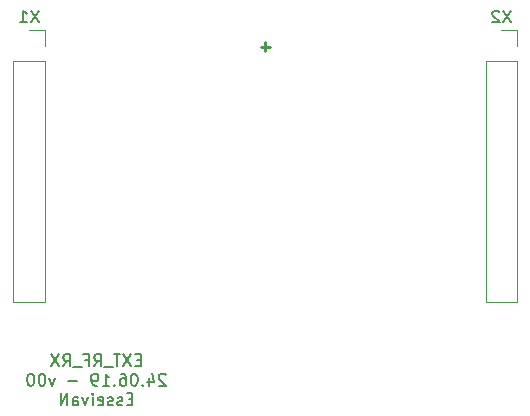
<source format=gbr>
G04 #@! TF.GenerationSoftware,KiCad,Pcbnew,(5.1.0)-1*
G04 #@! TF.CreationDate,2019-06-24T11:41:26+02:00*
G04 #@! TF.ProjectId,RF_433MHz_Receiver,52465f34-3333-44d4-987a-5f5265636569,00*
G04 #@! TF.SameCoordinates,Original*
G04 #@! TF.FileFunction,Legend,Bot*
G04 #@! TF.FilePolarity,Positive*
%FSLAX46Y46*%
G04 Gerber Fmt 4.6, Leading zero omitted, Abs format (unit mm)*
G04 Created by KiCad (PCBNEW (5.1.0)-1) date 2019-06-24 11:41:26*
%MOMM*%
%LPD*%
G04 APERTURE LIST*
%ADD10C,0.250000*%
%ADD11C,0.150000*%
%ADD12C,0.120000*%
G04 APERTURE END LIST*
D10*
X75380952Y-55071428D02*
X74619047Y-55071428D01*
X75000000Y-55452380D02*
X75000000Y-54690476D01*
D11*
X64448095Y-81578571D02*
X64114761Y-81578571D01*
X63971904Y-82102380D02*
X64448095Y-82102380D01*
X64448095Y-81102380D01*
X63971904Y-81102380D01*
X63638571Y-81102380D02*
X62971904Y-82102380D01*
X62971904Y-81102380D02*
X63638571Y-82102380D01*
X62733809Y-81102380D02*
X62162380Y-81102380D01*
X62448095Y-82102380D02*
X62448095Y-81102380D01*
X62067142Y-82197619D02*
X61305238Y-82197619D01*
X60495714Y-82102380D02*
X60829047Y-81626190D01*
X61067142Y-82102380D02*
X61067142Y-81102380D01*
X60686190Y-81102380D01*
X60590952Y-81150000D01*
X60543333Y-81197619D01*
X60495714Y-81292857D01*
X60495714Y-81435714D01*
X60543333Y-81530952D01*
X60590952Y-81578571D01*
X60686190Y-81626190D01*
X61067142Y-81626190D01*
X59733809Y-81578571D02*
X60067142Y-81578571D01*
X60067142Y-82102380D02*
X60067142Y-81102380D01*
X59590952Y-81102380D01*
X59448095Y-82197619D02*
X58686190Y-82197619D01*
X57876666Y-82102380D02*
X58210000Y-81626190D01*
X58448095Y-82102380D02*
X58448095Y-81102380D01*
X58067142Y-81102380D01*
X57971904Y-81150000D01*
X57924285Y-81197619D01*
X57876666Y-81292857D01*
X57876666Y-81435714D01*
X57924285Y-81530952D01*
X57971904Y-81578571D01*
X58067142Y-81626190D01*
X58448095Y-81626190D01*
X57543333Y-81102380D02*
X56876666Y-82102380D01*
X56876666Y-81102380D02*
X57543333Y-82102380D01*
X66567142Y-82847619D02*
X66519523Y-82800000D01*
X66424285Y-82752380D01*
X66186190Y-82752380D01*
X66090952Y-82800000D01*
X66043333Y-82847619D01*
X65995714Y-82942857D01*
X65995714Y-83038095D01*
X66043333Y-83180952D01*
X66614761Y-83752380D01*
X65995714Y-83752380D01*
X65138571Y-83085714D02*
X65138571Y-83752380D01*
X65376666Y-82704761D02*
X65614761Y-83419047D01*
X64995714Y-83419047D01*
X64614761Y-83657142D02*
X64567142Y-83704761D01*
X64614761Y-83752380D01*
X64662380Y-83704761D01*
X64614761Y-83657142D01*
X64614761Y-83752380D01*
X63948095Y-82752380D02*
X63852857Y-82752380D01*
X63757619Y-82800000D01*
X63710000Y-82847619D01*
X63662380Y-82942857D01*
X63614761Y-83133333D01*
X63614761Y-83371428D01*
X63662380Y-83561904D01*
X63710000Y-83657142D01*
X63757619Y-83704761D01*
X63852857Y-83752380D01*
X63948095Y-83752380D01*
X64043333Y-83704761D01*
X64090952Y-83657142D01*
X64138571Y-83561904D01*
X64186190Y-83371428D01*
X64186190Y-83133333D01*
X64138571Y-82942857D01*
X64090952Y-82847619D01*
X64043333Y-82800000D01*
X63948095Y-82752380D01*
X62757619Y-82752380D02*
X62948095Y-82752380D01*
X63043333Y-82800000D01*
X63090952Y-82847619D01*
X63186190Y-82990476D01*
X63233809Y-83180952D01*
X63233809Y-83561904D01*
X63186190Y-83657142D01*
X63138571Y-83704761D01*
X63043333Y-83752380D01*
X62852857Y-83752380D01*
X62757619Y-83704761D01*
X62710000Y-83657142D01*
X62662380Y-83561904D01*
X62662380Y-83323809D01*
X62710000Y-83228571D01*
X62757619Y-83180952D01*
X62852857Y-83133333D01*
X63043333Y-83133333D01*
X63138571Y-83180952D01*
X63186190Y-83228571D01*
X63233809Y-83323809D01*
X62233809Y-83657142D02*
X62186190Y-83704761D01*
X62233809Y-83752380D01*
X62281428Y-83704761D01*
X62233809Y-83657142D01*
X62233809Y-83752380D01*
X61233809Y-83752380D02*
X61805238Y-83752380D01*
X61519523Y-83752380D02*
X61519523Y-82752380D01*
X61614761Y-82895238D01*
X61710000Y-82990476D01*
X61805238Y-83038095D01*
X60757619Y-83752380D02*
X60567142Y-83752380D01*
X60471904Y-83704761D01*
X60424285Y-83657142D01*
X60329047Y-83514285D01*
X60281428Y-83323809D01*
X60281428Y-82942857D01*
X60329047Y-82847619D01*
X60376666Y-82800000D01*
X60471904Y-82752380D01*
X60662380Y-82752380D01*
X60757619Y-82800000D01*
X60805238Y-82847619D01*
X60852857Y-82942857D01*
X60852857Y-83180952D01*
X60805238Y-83276190D01*
X60757619Y-83323809D01*
X60662380Y-83371428D01*
X60471904Y-83371428D01*
X60376666Y-83323809D01*
X60329047Y-83276190D01*
X60281428Y-83180952D01*
X59090952Y-83371428D02*
X58329047Y-83371428D01*
X57186190Y-83085714D02*
X56948095Y-83752380D01*
X56710000Y-83085714D01*
X56138571Y-82752380D02*
X56043333Y-82752380D01*
X55948095Y-82800000D01*
X55900476Y-82847619D01*
X55852857Y-82942857D01*
X55805238Y-83133333D01*
X55805238Y-83371428D01*
X55852857Y-83561904D01*
X55900476Y-83657142D01*
X55948095Y-83704761D01*
X56043333Y-83752380D01*
X56138571Y-83752380D01*
X56233809Y-83704761D01*
X56281428Y-83657142D01*
X56329047Y-83561904D01*
X56376666Y-83371428D01*
X56376666Y-83133333D01*
X56329047Y-82942857D01*
X56281428Y-82847619D01*
X56233809Y-82800000D01*
X56138571Y-82752380D01*
X55186190Y-82752380D02*
X55090952Y-82752380D01*
X54995714Y-82800000D01*
X54948095Y-82847619D01*
X54900476Y-82942857D01*
X54852857Y-83133333D01*
X54852857Y-83371428D01*
X54900476Y-83561904D01*
X54948095Y-83657142D01*
X54995714Y-83704761D01*
X55090952Y-83752380D01*
X55186190Y-83752380D01*
X55281428Y-83704761D01*
X55329047Y-83657142D01*
X55376666Y-83561904D01*
X55424285Y-83371428D01*
X55424285Y-83133333D01*
X55376666Y-82942857D01*
X55329047Y-82847619D01*
X55281428Y-82800000D01*
X55186190Y-82752380D01*
X63757619Y-84878571D02*
X63424285Y-84878571D01*
X63281428Y-85402380D02*
X63757619Y-85402380D01*
X63757619Y-84402380D01*
X63281428Y-84402380D01*
X62900476Y-85354761D02*
X62805238Y-85402380D01*
X62614761Y-85402380D01*
X62519523Y-85354761D01*
X62471904Y-85259523D01*
X62471904Y-85211904D01*
X62519523Y-85116666D01*
X62614761Y-85069047D01*
X62757619Y-85069047D01*
X62852857Y-85021428D01*
X62900476Y-84926190D01*
X62900476Y-84878571D01*
X62852857Y-84783333D01*
X62757619Y-84735714D01*
X62614761Y-84735714D01*
X62519523Y-84783333D01*
X62090952Y-85354761D02*
X61995714Y-85402380D01*
X61805238Y-85402380D01*
X61710000Y-85354761D01*
X61662380Y-85259523D01*
X61662380Y-85211904D01*
X61710000Y-85116666D01*
X61805238Y-85069047D01*
X61948095Y-85069047D01*
X62043333Y-85021428D01*
X62090952Y-84926190D01*
X62090952Y-84878571D01*
X62043333Y-84783333D01*
X61948095Y-84735714D01*
X61805238Y-84735714D01*
X61710000Y-84783333D01*
X60852857Y-85354761D02*
X60948095Y-85402380D01*
X61138571Y-85402380D01*
X61233809Y-85354761D01*
X61281428Y-85259523D01*
X61281428Y-84878571D01*
X61233809Y-84783333D01*
X61138571Y-84735714D01*
X60948095Y-84735714D01*
X60852857Y-84783333D01*
X60805238Y-84878571D01*
X60805238Y-84973809D01*
X61281428Y-85069047D01*
X60376666Y-85402380D02*
X60376666Y-84735714D01*
X60376666Y-84402380D02*
X60424285Y-84450000D01*
X60376666Y-84497619D01*
X60329047Y-84450000D01*
X60376666Y-84402380D01*
X60376666Y-84497619D01*
X59995714Y-84735714D02*
X59757619Y-85402380D01*
X59519523Y-84735714D01*
X58710000Y-85402380D02*
X58710000Y-84878571D01*
X58757619Y-84783333D01*
X58852857Y-84735714D01*
X59043333Y-84735714D01*
X59138571Y-84783333D01*
X58710000Y-85354761D02*
X58805238Y-85402380D01*
X59043333Y-85402380D01*
X59138571Y-85354761D01*
X59186190Y-85259523D01*
X59186190Y-85164285D01*
X59138571Y-85069047D01*
X59043333Y-85021428D01*
X58805238Y-85021428D01*
X58710000Y-84973809D01*
X58233809Y-85402380D02*
X58233809Y-84402380D01*
X57662380Y-85402380D01*
X57662380Y-84402380D01*
D12*
X56330000Y-76650000D02*
X53670000Y-76650000D01*
X56330000Y-56270000D02*
X56330000Y-76650000D01*
X53670000Y-56270000D02*
X53670000Y-76650000D01*
X56330000Y-56270000D02*
X53670000Y-56270000D01*
X56330000Y-55000000D02*
X56330000Y-53670000D01*
X56330000Y-53670000D02*
X55000000Y-53670000D01*
X96330000Y-53670000D02*
X95000000Y-53670000D01*
X96330000Y-55000000D02*
X96330000Y-53670000D01*
X96330000Y-56270000D02*
X93670000Y-56270000D01*
X93670000Y-56270000D02*
X93670000Y-76650000D01*
X96330000Y-56270000D02*
X96330000Y-76650000D01*
X96330000Y-76650000D02*
X93670000Y-76650000D01*
D11*
X55809523Y-51992380D02*
X55142857Y-52992380D01*
X55142857Y-51992380D02*
X55809523Y-52992380D01*
X54238095Y-52992380D02*
X54809523Y-52992380D01*
X54523809Y-52992380D02*
X54523809Y-51992380D01*
X54619047Y-52135238D01*
X54714285Y-52230476D01*
X54809523Y-52278095D01*
X95809523Y-51992380D02*
X95142857Y-52992380D01*
X95142857Y-51992380D02*
X95809523Y-52992380D01*
X94809523Y-52087619D02*
X94761904Y-52040000D01*
X94666666Y-51992380D01*
X94428571Y-51992380D01*
X94333333Y-52040000D01*
X94285714Y-52087619D01*
X94238095Y-52182857D01*
X94238095Y-52278095D01*
X94285714Y-52420952D01*
X94857142Y-52992380D01*
X94238095Y-52992380D01*
M02*

</source>
